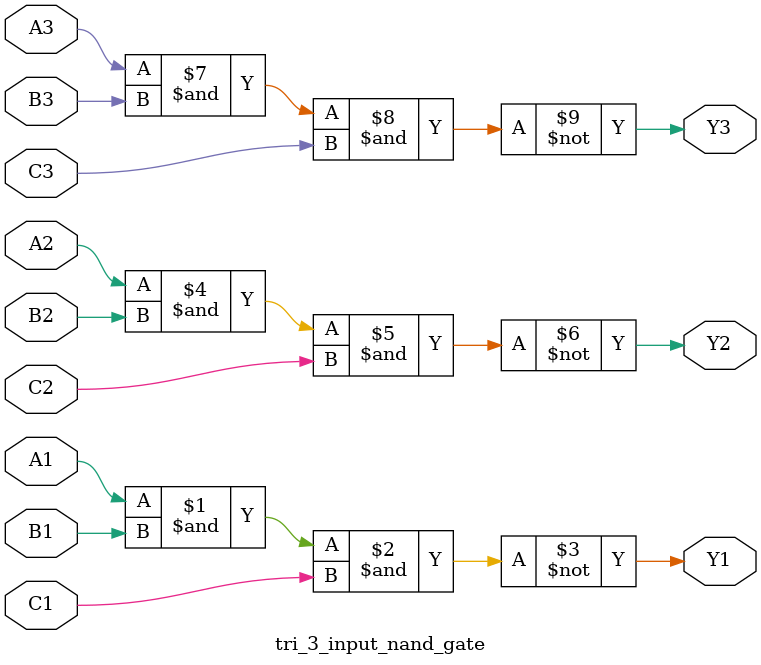
<source format=v>
`timescale 1ns / 1ps


module tri_3_input_nand_gate#(parameter Delay = 0)(
    input wire A1,B1,C1,A2,B2,C2,A3,B3,C3,
    output wire Y1,Y2,Y3
    );
    
    nand #Delay (Y1,A1,B1,C1);
    nand #Delay (Y2,A2,B2,C2);
    nand #Delay (Y3,A3,B3,C3);
    
endmodule

</source>
